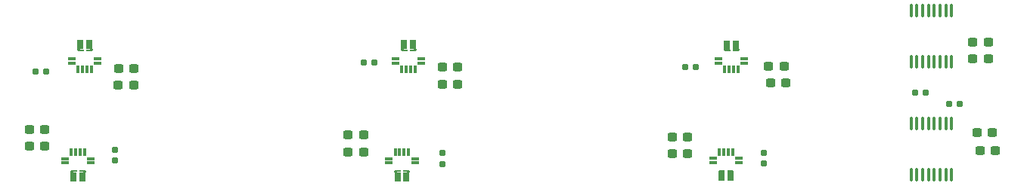
<source format=gbr>
%TF.GenerationSoftware,KiCad,Pcbnew,7.0.7*%
%TF.CreationDate,2024-01-12T20:40:26-05:00*%
%TF.ProjectId,new current sensor,6e657720-6375-4727-9265-6e742073656e,rev?*%
%TF.SameCoordinates,Original*%
%TF.FileFunction,Paste,Top*%
%TF.FilePolarity,Positive*%
%FSLAX46Y46*%
G04 Gerber Fmt 4.6, Leading zero omitted, Abs format (unit mm)*
G04 Created by KiCad (PCBNEW 7.0.7) date 2024-01-12 20:40:26*
%MOMM*%
%LPD*%
G01*
G04 APERTURE LIST*
G04 Aperture macros list*
%AMRoundRect*
0 Rectangle with rounded corners*
0 $1 Rounding radius*
0 $2 $3 $4 $5 $6 $7 $8 $9 X,Y pos of 4 corners*
0 Add a 4 corners polygon primitive as box body*
4,1,4,$2,$3,$4,$5,$6,$7,$8,$9,$2,$3,0*
0 Add four circle primitives for the rounded corners*
1,1,$1+$1,$2,$3*
1,1,$1+$1,$4,$5*
1,1,$1+$1,$6,$7*
1,1,$1+$1,$8,$9*
0 Add four rect primitives between the rounded corners*
20,1,$1+$1,$2,$3,$4,$5,0*
20,1,$1+$1,$4,$5,$6,$7,0*
20,1,$1+$1,$6,$7,$8,$9,0*
20,1,$1+$1,$8,$9,$2,$3,0*%
%AMRotRect*
0 Rectangle, with rotation*
0 The origin of the aperture is its center*
0 $1 length*
0 $2 width*
0 $3 Rotation angle, in degrees counterclockwise*
0 Add horizontal line*
21,1,$1,$2,0,0,$3*%
G04 Aperture macros list end*
%ADD10RoundRect,0.100000X-0.100000X0.637500X-0.100000X-0.637500X0.100000X-0.637500X0.100000X0.637500X0*%
%ADD11RoundRect,0.237500X-0.300000X-0.237500X0.300000X-0.237500X0.300000X0.237500X-0.300000X0.237500X0*%
%ADD12RotRect,0.282800X0.282800X135.000000*%
%ADD13R,0.800000X1.070000*%
%ADD14R,0.600000X0.200000*%
%ADD15R,0.850000X0.300000*%
%ADD16R,0.300000X0.850000*%
%ADD17RoundRect,0.160000X-0.197500X-0.160000X0.197500X-0.160000X0.197500X0.160000X-0.197500X0.160000X0*%
%ADD18RoundRect,0.160000X0.160000X-0.197500X0.160000X0.197500X-0.160000X0.197500X-0.160000X-0.197500X0*%
%ADD19RotRect,0.282800X0.282800X315.000000*%
%ADD20RoundRect,0.237500X0.300000X0.237500X-0.300000X0.237500X-0.300000X-0.237500X0.300000X-0.237500X0*%
%ADD21RoundRect,0.100000X0.100000X-0.637500X0.100000X0.637500X-0.100000X0.637500X-0.100000X-0.637500X0*%
G04 APERTURE END LIST*
D10*
%TO.C,U7*%
X229605000Y-49842500D03*
X228955000Y-49842500D03*
X228305000Y-49842500D03*
X227655000Y-49842500D03*
X227005000Y-49842500D03*
X226355000Y-49842500D03*
X225705000Y-49842500D03*
X225055000Y-49842500D03*
X225055000Y-55567500D03*
X225705000Y-55567500D03*
X226355000Y-55567500D03*
X227005000Y-55567500D03*
X227655000Y-55567500D03*
X228305000Y-55567500D03*
X228955000Y-55567500D03*
X229605000Y-55567500D03*
%TD*%
D11*
%TO.C,CDVDD1*%
X231955000Y-53340000D03*
X233680000Y-53340000D03*
%TD*%
D12*
%TO.C,U3*%
X167350000Y-67965000D03*
D13*
X167550000Y-68500000D03*
D14*
X167650000Y-67865000D03*
D12*
X168750000Y-67965000D03*
D13*
X168550000Y-68500000D03*
D14*
X168450000Y-67865000D03*
D15*
X169500000Y-66950000D03*
X169500000Y-66450000D03*
D16*
X168800000Y-65750000D03*
X168300000Y-65750000D03*
X167800000Y-65750000D03*
X167300000Y-65750000D03*
D15*
X166600000Y-66450000D03*
X166600000Y-66950000D03*
%TD*%
D17*
%TO.C,R1*%
X225500000Y-59055000D03*
X226695000Y-59055000D03*
%TD*%
D18*
%TO.C,Rpu1*%
X135950000Y-66645000D03*
X135950000Y-65450000D03*
%TD*%
D11*
%TO.C,CAVDD1*%
X231955000Y-55245000D03*
X233680000Y-55245000D03*
%TD*%
D13*
%TO.C,U6*%
X133064895Y-53654895D03*
D14*
X132964895Y-54289895D03*
D19*
X133264895Y-54189895D03*
X131864895Y-54189895D03*
D14*
X132164895Y-54289895D03*
D13*
X132064895Y-53654895D03*
D15*
X131114895Y-55204895D03*
X131114895Y-55704895D03*
D16*
X131814895Y-56404895D03*
X132314895Y-56404895D03*
X132814895Y-56404895D03*
X133314895Y-56404895D03*
D15*
X134014895Y-55704895D03*
X134014895Y-55204895D03*
%TD*%
D17*
%TO.C,R2*%
X229310000Y-60325000D03*
X230505000Y-60325000D03*
%TD*%
D12*
%TO.C,U1*%
X131100000Y-67965000D03*
D14*
X131400000Y-67865000D03*
D13*
X131300000Y-68500000D03*
D12*
X132500000Y-67965000D03*
D14*
X132200000Y-67865000D03*
D13*
X132300000Y-68500000D03*
D15*
X133250000Y-66950000D03*
X133250000Y-66450000D03*
D16*
X132550000Y-65750000D03*
X132050000Y-65750000D03*
X131550000Y-65750000D03*
X131050000Y-65750000D03*
D15*
X130350000Y-66450000D03*
X130350000Y-66950000D03*
%TD*%
D13*
%TO.C,U2*%
X203850000Y-68450000D03*
D14*
X203950000Y-67815000D03*
D12*
X203650000Y-67915000D03*
D13*
X204850000Y-68450000D03*
D12*
X205050000Y-67915000D03*
D14*
X204750000Y-67815000D03*
D15*
X205800000Y-66900000D03*
X205800000Y-66400000D03*
D16*
X205100000Y-65700000D03*
X204600000Y-65700000D03*
X204100000Y-65700000D03*
X203600000Y-65700000D03*
D15*
X202900000Y-66400000D03*
X202900000Y-66900000D03*
%TD*%
D20*
%TO.C,Cload1*%
X128050000Y-63145000D03*
X126325000Y-63145000D03*
%TD*%
%TO.C,Cload3*%
X163750000Y-63795000D03*
X162025000Y-63795000D03*
%TD*%
%TO.C,CByp3*%
X163750000Y-65700000D03*
X162025000Y-65700000D03*
%TD*%
D17*
%TO.C,Rpu4*%
X163800000Y-55665000D03*
X164995000Y-55665000D03*
%TD*%
D11*
%TO.C,CByp5*%
X209100000Y-56070000D03*
X210825000Y-56070000D03*
%TD*%
D20*
%TO.C,CByp2*%
X200050000Y-65900000D03*
X198325000Y-65900000D03*
%TD*%
D11*
%TO.C,Cload4*%
X172575000Y-58100000D03*
X174300000Y-58100000D03*
%TD*%
%TO.C,CByp6*%
X136325000Y-56334703D03*
X138050000Y-56334703D03*
%TD*%
%TO.C,CAVDD2*%
X232410000Y-63500000D03*
X234135000Y-63500000D03*
%TD*%
%TO.C,Cload6*%
X136299895Y-58225105D03*
X138024895Y-58225105D03*
%TD*%
D18*
%TO.C,Rpu3*%
X172600000Y-67045000D03*
X172600000Y-65850000D03*
%TD*%
D19*
%TO.C,U5*%
X205650000Y-54235000D03*
D14*
X205350000Y-54335000D03*
D13*
X205450000Y-53700000D03*
X204450000Y-53700000D03*
D19*
X204250000Y-54235000D03*
D14*
X204550000Y-54335000D03*
D15*
X203500000Y-55250000D03*
X203500000Y-55750000D03*
D16*
X204200000Y-56450000D03*
X204700000Y-56450000D03*
X205200000Y-56450000D03*
X205700000Y-56450000D03*
D15*
X206400000Y-55750000D03*
X206400000Y-55250000D03*
%TD*%
D11*
%TO.C,CByp4*%
X172575000Y-56195000D03*
X174300000Y-56195000D03*
%TD*%
D17*
%TO.C,Rpu6*%
X127029895Y-56625105D03*
X128224895Y-56625105D03*
%TD*%
D14*
%TO.C,U4*%
X169200000Y-54285000D03*
D13*
X169300000Y-53650000D03*
D19*
X169500000Y-54185000D03*
D13*
X168300000Y-53650000D03*
D19*
X168100000Y-54185000D03*
D14*
X168400000Y-54285000D03*
D15*
X167350000Y-55200000D03*
X167350000Y-55700000D03*
D16*
X168050000Y-56400000D03*
X168550000Y-56400000D03*
X169050000Y-56400000D03*
X169550000Y-56400000D03*
D15*
X170250000Y-55700000D03*
X170250000Y-55200000D03*
%TD*%
D21*
%TO.C,U8*%
X225055000Y-68267500D03*
X225705000Y-68267500D03*
X226355000Y-68267500D03*
X227005000Y-68267500D03*
X227655000Y-68267500D03*
X228305000Y-68267500D03*
X228955000Y-68267500D03*
X229605000Y-68267500D03*
X229605000Y-62542500D03*
X228955000Y-62542500D03*
X228305000Y-62542500D03*
X227655000Y-62542500D03*
X227005000Y-62542500D03*
X226355000Y-62542500D03*
X225705000Y-62542500D03*
X225055000Y-62542500D03*
%TD*%
D17*
%TO.C,Rpu5*%
X199770000Y-56165000D03*
X200965000Y-56165000D03*
%TD*%
D20*
%TO.C,CByp1*%
X128050000Y-65050000D03*
X126325000Y-65050000D03*
%TD*%
D11*
%TO.C,Cload5*%
X209327500Y-57975000D03*
X211052500Y-57975000D03*
%TD*%
D20*
%TO.C,Cload2*%
X200050000Y-63995000D03*
X198325000Y-63995000D03*
%TD*%
D18*
%TO.C,Rpu2*%
X208600000Y-66995000D03*
X208600000Y-65800000D03*
%TD*%
D20*
%TO.C,CDVDD2*%
X234477500Y-65567500D03*
X232752500Y-65567500D03*
%TD*%
M02*

</source>
